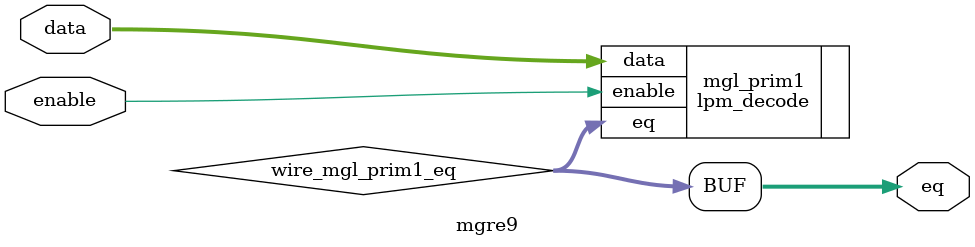
<source format=v>






//synthesis_resources = lpm_decode 1 
//synopsys translate_off
`timescale 1 ps / 1 ps
//synopsys translate_on
module  mgre9
	( 
	data,
	enable,
	eq) /* synthesis synthesis_clearbox=1 */;
	input   [7:0]  data;
	input   enable;
	output   [255:0]  eq;

	wire  [255:0]   wire_mgl_prim1_eq;

	lpm_decode   mgl_prim1
	( 
	.data(data),
	.enable(enable),
	.eq(wire_mgl_prim1_eq));
	defparam
		mgl_prim1.lpm_decodes = 256,
		mgl_prim1.lpm_type = "LPM_DECODE",
		mgl_prim1.lpm_width = 8;
	assign
		eq = wire_mgl_prim1_eq;
endmodule //mgre9
//VALID FILE

</source>
